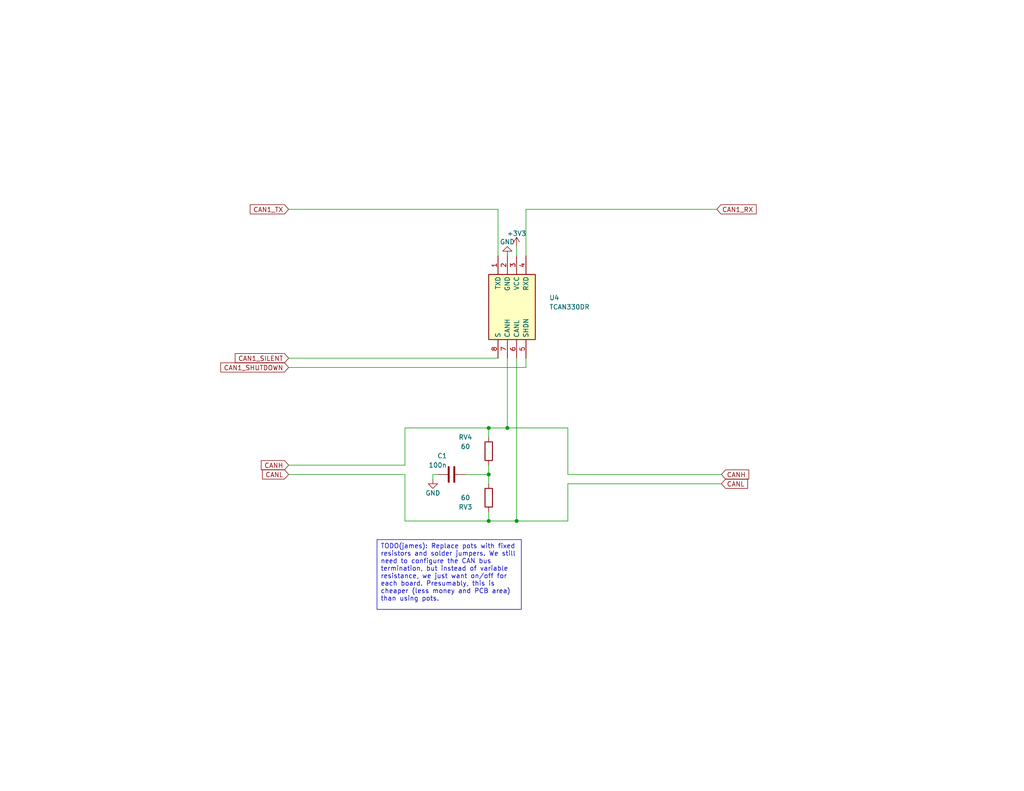
<source format=kicad_sch>
(kicad_sch (version 20230121) (generator eeschema)
  (paper "USLetter")
  (title_block (title "Magnetorquer Control Board") (date "2025-02-12") (rev "${PCB_VERSION}") (company "TVSC"))
  (lib_symbols
    (symbol "Device:C" (pin_numbers hide) (pin_names (offset 0.254))
      (property "Reference" "C" (at 0.635 2.54 0))
      (property "Value" "C" (at 0.635 -2.54 0))
      (symbol "C_0_1"
        (polyline (pts (xy -2.032 -0.762) (xy 2.032 -0.762)) (stroke (width 0.508)))
        (polyline (pts (xy -2.032 0.762) (xy 2.032 0.762)) (stroke (width 0.508)))
      )
      (symbol "C_1_1"
        (pin passive line (at 0 3.81 270) (length 2.794) (name "~") (number "1"))
        (pin passive line (at 0 -3.81 90) (length 2.794) (name "~") (number "2"))
      )
    )
    (symbol "Device:R" (pin_numbers hide) (pin_names (offset 0))
      (property "Reference" "R" (at 2.032 0 90))
      (property "Value" "R" (at 0 0 90))
      (symbol "R_0_1"
        (rectangle (start -1.016 -2.54) (end 1.016 2.54) (stroke (width 0.254)))
      )
      (symbol "R_1_1"
        (pin passive line (at 0 3.81 270) (length 1.27) (name "~") (number "1"))
        (pin passive line (at 0 -3.81 90) (length 1.27) (name "~") (number "2"))
      )
    )
    (symbol "TVSC:TCAN330DR"
      (property "Reference" "U" (at 24.13 7.62 0))
      (property "Value" "TCAN330DR" (at 24.13 5.08 0))
      (symbol "TCAN330DR_1_1"
        (rectangle (start 5.08 2.54) (end 22.86 -10.16) (stroke (width 0.254)) (fill (type background)))
        (pin passive line (at 0 0 0) (length 5.08) (name "TXD") (number "1"))
        (pin passive line (at 0 -2.54 0) (length 5.08) (name "GND") (number "2"))
        (pin passive line (at 0 -5.08 0) (length 5.08) (name "VCC") (number "3"))
        (pin passive line (at 0 -7.62 0) (length 5.08) (name "RXD") (number "4"))
        (pin passive line (at 27.94 -7.62 180) (length 5.08) (name "SHDN") (number "5"))
        (pin passive line (at 27.94 -5.08 180) (length 5.08) (name "CANL") (number "6"))
        (pin passive line (at 27.94 -2.54 180) (length 5.08) (name "CANH") (number "7"))
        (pin passive line (at 27.94 0 180) (length 5.08) (name "S") (number "8"))
      )
    )
    (symbol "power:+3V3" (power) (pin_names (offset 0))
      (property "Value" "+3V3" (at 0 3.556 0))
      (symbol "+3V3_0_1"
        (polyline (pts (xy -0.762 1.27) (xy 0 2.54)))
        (polyline (pts (xy 0 0) (xy 0 2.54)))
        (polyline (pts (xy 0 2.54) (xy 0.762 1.27)))
      )
      (symbol "+3V3_1_1"
        (pin power_in line (at 0 0 90) (length 0) hide (name "+3V3") (number "1"))
      )
    )
    (symbol "power:GND" (power) (pin_names (offset 0))
      (property "Value" "GND" (at 0 -3.81 0))
      (symbol "GND_0_1"
        (polyline (pts (xy 0 0) (xy 0 -1.27) (xy 1.27 -1.27) (xy 0 -2.54) (xy -1.27 -1.27) (xy 0 -1.27)))
      )
      (symbol "GND_1_1"
        (pin power_in line (at 0 0 270) (length 0) hide (name "GND") (number "1"))
      )
    )
  )
  (junction (at 133.35 142.24))
  (junction (at 133.35 116.84))
  (junction (at 133.35 129.54))
  (junction (at 140.97 142.24))
  (junction (at 138.43 116.84))
  (wire (pts (xy 143.51 100.33) (xy 143.51 97.79)))
  (wire (pts (xy 127 129.54) (xy 133.35 129.54)))
  (wire (pts (xy 196.85 132.08) (xy 154.94 132.08)))
  (wire (pts (xy 78.74 100.33) (xy 143.51 100.33)))
  (wire (pts (xy 135.89 57.15) (xy 135.89 69.85)))
  (wire (pts (xy 196.85 129.54) (xy 154.94 129.54)))
  (wire (pts (xy 140.97 67.31) (xy 140.97 69.85)))
  (wire (pts (xy 118.11 129.54) (xy 118.11 130.81)))
  (wire (pts (xy 110.49 129.54) (xy 110.49 142.24)))
  (wire (pts (xy 110.49 142.24) (xy 133.35 142.24)))
  (wire (pts (xy 78.74 97.79) (xy 135.89 97.79)))
  (wire (pts (xy 78.74 129.54) (xy 110.49 129.54)))
  (wire (pts (xy 119.38 129.54) (xy 118.11 129.54)))
  (wire (pts (xy 110.49 127) (xy 110.49 116.84)))
  (wire (pts (xy 154.94 132.08) (xy 154.94 142.24)))
  (wire (pts (xy 133.35 129.54) (xy 133.35 132.08)))
  (wire (pts (xy 133.35 116.84) (xy 138.43 116.84)))
  (wire (pts (xy 154.94 129.54) (xy 154.94 116.84)))
  (wire (pts (xy 133.35 116.84) (xy 133.35 119.38)))
  (wire (pts (xy 135.89 57.15) (xy 78.74 57.15)))
  (wire (pts (xy 78.74 127) (xy 110.49 127)))
  (wire (pts (xy 140.97 142.24) (xy 154.94 142.24)))
  (wire (pts (xy 140.97 97.79) (xy 140.97 142.24)))
  (wire (pts (xy 195.58 57.15) (xy 143.51 57.15)))
  (wire (pts (xy 138.43 97.79) (xy 138.43 116.84)))
  (wire (pts (xy 133.35 142.24) (xy 140.97 142.24)))
  (wire (pts (xy 133.35 142.24) (xy 133.35 139.7)))
  (wire (pts (xy 143.51 57.15) (xy 143.51 69.85)))
  (wire (pts (xy 110.49 116.84) (xy 133.35 116.84)))
  (wire (pts (xy 138.43 116.84) (xy 154.94 116.84)))
  (wire (pts (xy 133.35 129.54) (xy 133.35 127)))
  (text_box "TODO(james): Replace pots with fixed resistors and solder jumpers. We still need to configure the CAN bus termination, but instead of variable resistance, we just want on/off for each board. Presumably, this is cheaper (less money and PCB area) than using pots." (at 102.87 147.32 0) (size 39.37 19.05) (effects (font (size 1.27 1.27)) (justify left top)))
  (global_label "CAN1_RX" (shape input) (at 195.58 57.15 0) (property "Intersheetrefs" "${INTERSHEET_REFS}" (effects hide)))
  (global_label "CANH" (shape input) (at 78.74 127 180) (property "Intersheetrefs" "${INTERSHEET_REFS}" (effects hide)))
  (global_label "CANH" (shape input) (at 196.85 129.54 0) (property "Intersheetrefs" "${INTERSHEET_REFS}" (effects hide)))
  (global_label "CANL" (shape input) (at 78.74 129.54 180) (property "Intersheetrefs" "${INTERSHEET_REFS}" (effects hide)))
  (global_label "CANL" (shape input) (at 196.85 132.08 0) (property "Intersheetrefs" "${INTERSHEET_REFS}" (effects hide)))
  (global_label "CAN1_SILENT" (shape input) (at 78.74 97.79 180) (property "Intersheetrefs" "${INTERSHEET_REFS}" (effects hide)))
  (global_label "CAN1_TX" (shape input) (at 78.74 57.15 180) (property "Intersheetrefs" "${INTERSHEET_REFS}" (effects hide)))
  (global_label "CAN1_SHUTDOWN" (shape input) (at 78.74 100.33 180) (property "Intersheetrefs" "${INTERSHEET_REFS}" (effects hide)))
  (symbol (lib_id "Device:C") (at 123.19 129.54 90) (mirror x) (unit 1)
    (property "Reference" "C1" (at 120.65 124.46 90))
    (property "Value" "100n" (at 121.92 127 90) (effects (justify left)))
    (property "Footprint" "footprints:Nondescript_C_0402_1005Metric" (effects hide))
    (property "Active" "Y" (effects hide))
    (property "MPN" "C77014" (effects hide))
    (property "Manufacturer" "Murata Electronics" (effects hide))
    (property "Manufacturer Part Number" "GRM155R71E104KE14D" (effects hide))
    (property "Basic or Extended Component" "Extended" (effects hide))
  )
  (symbol (lib_id "Device:R") (at 133.35 135.89 0) (mirror y) (unit 1)
    (property "Reference" "RV3" (at 127 138.43 0))
    (property "Value" "60" (at 127 135.89 0))
    (property "Footprint" "footprints:Nondescript_R_0402_1005Metric" (effects hide))
    (property "Active" "Y" (effects hide))
    (property "MPN" "C60310" (effects hide))
    (property "Manufacturer" "UNI-ROYAL(Uniroyal Elec)" (effects hide))
    (property "Manufacturer Part Number" "0402WGF604JTCE" (effects hide))
    (property "Specs" "0-120 Ohm" (effects hide))
    (property "Basic or Extended Component" "Basic" (effects hide))
  )
  (symbol (lib_id "TVSC:TCAN330DR") (at 135.89 69.85 90) (mirror x) (unit 1)
    (property "Reference" "U4" (at 149.86 81.28 90) (effects (justify right)))
    (property "Value" "TCAN330DR" (at 149.86 83.82 90) (effects (justify right)))
    (property "Footprint" "footprints:SOIC127P600X175-8N" (effects hide))
    (property "Datasheet" "http://www.ti.com/lit/gpn/TCAN330" (effects hide))
    (property "Alternate" "TCAN332" (effects hide))
    (property "Manufacturer" "Texas Instruments" (effects hide))
    (property "Manufacturer Part Number" "TCAN330DR" (effects hide))
    (property "MPN" "C2652876" (effects hide))
    (property "Height" "1.75" (effects hide))
    (property "Manufacturer" "Texas Instruments" (effects hide))
    (property "Manufacturer Part Number" "TCAN330DR" (effects hide))
    (property "Active" "Y" (effects hide))
    (property "Mouser Part Number" "595-TCAN330DR" (effects hide))
    (property "Mouser Price/Stock" "https://www.mouser.co.uk/ProductDetail/Texas-Instruments/TCAN330DR?qs=9DwIlvx97afvSza3n7zoBw%3D%3D" (effects hide))
    (property "Arrow Part Number" "TCAN330DR" (effects hide))
    (property "Arrow Price/Stock" "https://www.arrow.com/en/products/tcan330dr/texas-instruments?utm_currency=USD&region=europe" (effects hide))
    (property "Basic or Extended Component" "Extended" (effects hide))
  )
  (symbol (lib_id "power:GND") (at 118.11 130.81 0) (mirror y) (unit 1)
    (property "Reference" "#PWR020" (effects hide))
    (property "Value" "GND" (at 118.11 134.62 0))
  )
  (symbol (lib_id "power:GND") (at 138.43 69.85 180) (unit 1)
    (property "Reference" "#PWR018" (effects hide))
    (property "Value" "GND" (at 138.43 66.04 0))
  )
  (symbol (lib_id "power:+3V3") (at 140.97 67.31 0) (unit 1)
    (property "Reference" "#PWR019" (effects hide))
    (property "Value" "+3V3" (at 140.97 63.754 0))
  )
  (symbol (lib_id "Device:R") (at 133.35 123.19 0) (mirror y) (unit 1)
    (property "Reference" "RV4" (at 127 119.38 0))
    (property "Value" "60" (at 127 121.92 0))
    (property "Footprint" "footprints:Nondescript_R_0402_1005Metric" (effects hide))
    (property "Active" "Y" (effects hide))
    (property "MPN" "C60310" (effects hide))
    (property "Manufacturer" "UNI-ROYAL(Uniroyal Elec)" (effects hide))
    (property "Manufacturer Part Number" "0402WGF604JTCE" (effects hide))
    (property "Specs" "0-120 Ohm" (effects hide))
    (property "Basic or Extended Component" "Basic" (effects hide))
  )
)
</source>
